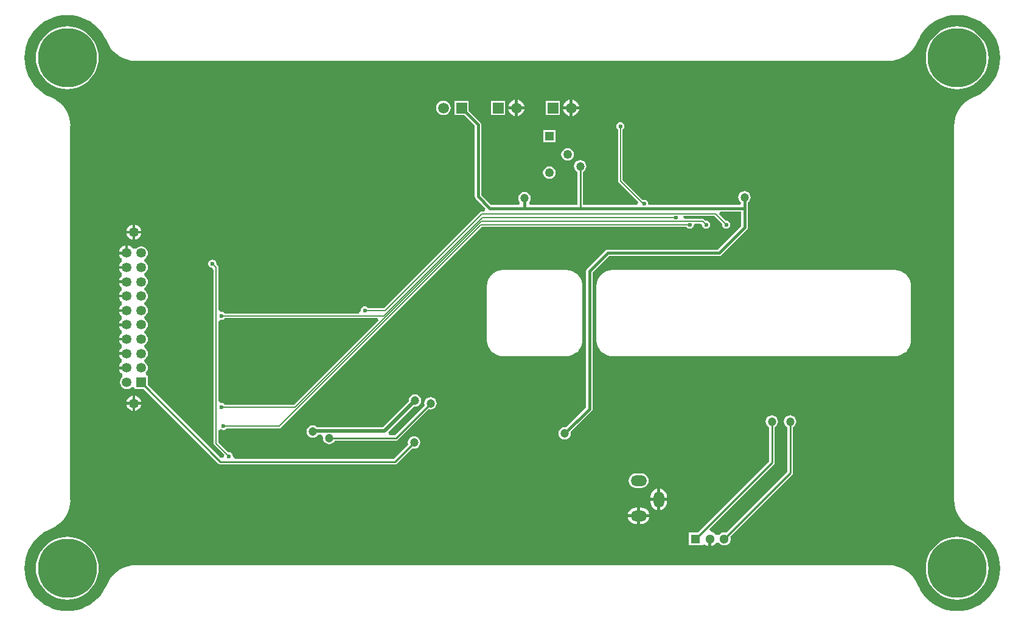
<source format=gbl>
G04*
G04 #@! TF.GenerationSoftware,Altium Limited,Altium Designer,21.2.0 (30)*
G04*
G04 Layer_Physical_Order=2*
G04 Layer_Color=16711680*
%FSLAX25Y25*%
%MOIN*%
G70*
G04*
G04 #@! TF.SameCoordinates,74D48CB8-E722-4D7A-A080-E4722F553172*
G04*
G04*
G04 #@! TF.FilePolarity,Positive*
G04*
G01*
G75*
%ADD13C,0.01000*%
%ADD78R,0.05315X0.05315*%
%ADD79C,0.05315*%
%ADD80C,0.00500*%
%ADD81C,0.01500*%
%ADD82C,0.02000*%
%ADD83C,0.32284*%
%ADD84R,0.05118X0.05118*%
%ADD85C,0.05118*%
%ADD86C,0.05906*%
%ADD87R,0.05906X0.05906*%
%ADD88O,0.08858X0.05906*%
%ADD89O,0.05906X0.08858*%
%ADD90R,0.04921X0.04921*%
%ADD91C,0.04921*%
%ADD92C,0.02500*%
%ADD93C,0.02362*%
%ADD94C,0.04724*%
G36*
X490130Y303339D02*
X492726Y302898D01*
X495257Y302169D01*
X497691Y301161D01*
X499996Y299887D01*
X502144Y298363D01*
X504108Y296608D01*
X505863Y294644D01*
X507387Y292496D01*
X508661Y290191D01*
X509669Y287757D01*
X510398Y285226D01*
X510839Y282630D01*
X510987Y280000D01*
X510839Y277370D01*
X510398Y274774D01*
X509669Y272243D01*
X508661Y269809D01*
X507387Y267504D01*
X505863Y265356D01*
X504108Y263392D01*
X502144Y261637D01*
X499996Y260113D01*
X498279Y259164D01*
X497027Y258564D01*
X496377Y258308D01*
X495759Y258003D01*
X494376Y257321D01*
X492521Y256082D01*
X490844Y254611D01*
X489373Y252934D01*
X488133Y251079D01*
X487147Y249078D01*
X486429Y246965D01*
X485994Y244777D01*
X485848Y242551D01*
X485855D01*
X485855Y37449D01*
X485848D01*
X485994Y35223D01*
X486429Y33035D01*
X487147Y30922D01*
X488133Y28921D01*
X489373Y27066D01*
X490844Y25389D01*
X492521Y23918D01*
X494376Y22679D01*
X495759Y21996D01*
X496377Y21692D01*
X497027Y21436D01*
X498279Y20836D01*
X499996Y19887D01*
X502144Y18363D01*
X504108Y16608D01*
X505863Y14644D01*
X507387Y12496D01*
X508661Y10191D01*
X509669Y7757D01*
X510398Y5226D01*
X510839Y2630D01*
X510987Y0D01*
X510839Y-2630D01*
X510398Y-5226D01*
X509669Y-7757D01*
X508661Y-10191D01*
X507387Y-12496D01*
X505863Y-14644D01*
X504108Y-16608D01*
X502144Y-18363D01*
X499996Y-19887D01*
X497691Y-21161D01*
X495257Y-22169D01*
X492726Y-22898D01*
X490130Y-23339D01*
X487500Y-23487D01*
X484870Y-23339D01*
X482274Y-22898D01*
X479743Y-22169D01*
X477309Y-21161D01*
X475004Y-19887D01*
X472856Y-18363D01*
X470892Y-16608D01*
X469137Y-14644D01*
X467613Y-12496D01*
X466664Y-10779D01*
X466064Y-9527D01*
X465808Y-8877D01*
X465504Y-8259D01*
X464821Y-6876D01*
X463582Y-5021D01*
X462111Y-3344D01*
X460433Y-1873D01*
X458578Y-633D01*
X456578Y353D01*
X454465Y1071D01*
X452277Y1506D01*
X450051Y1652D01*
Y1645D01*
X37449D01*
Y1652D01*
X35223Y1506D01*
X33035Y1071D01*
X30922Y353D01*
X28921Y-633D01*
X27066Y-1873D01*
X25389Y-3344D01*
X23918Y-5021D01*
X22679Y-6876D01*
X21996Y-8259D01*
X21692Y-8877D01*
X21436Y-9527D01*
X20836Y-10779D01*
X19887Y-12496D01*
X18363Y-14644D01*
X16608Y-16608D01*
X14644Y-18363D01*
X12496Y-19887D01*
X10191Y-21161D01*
X7757Y-22169D01*
X5226Y-22898D01*
X2630Y-23339D01*
X-0Y-23487D01*
X-2630Y-23339D01*
X-5226Y-22898D01*
X-7757Y-22169D01*
X-10191Y-21161D01*
X-12496Y-19887D01*
X-14644Y-18363D01*
X-16608Y-16608D01*
X-18363Y-14644D01*
X-19887Y-12496D01*
X-21161Y-10191D01*
X-22169Y-7757D01*
X-22898Y-5226D01*
X-23339Y-2630D01*
X-23487Y0D01*
X-23339Y2630D01*
X-22898Y5226D01*
X-22169Y7757D01*
X-21161Y10191D01*
X-19887Y12496D01*
X-18363Y14644D01*
X-16608Y16608D01*
X-14644Y18363D01*
X-12496Y19887D01*
X-10779Y20836D01*
X-9527Y21436D01*
X-8877Y21692D01*
X-8259Y21996D01*
X-6876Y22679D01*
X-5021Y23918D01*
X-3344Y25389D01*
X-1873Y27066D01*
X-633Y28921D01*
X353Y30922D01*
X1071Y33035D01*
X1506Y35223D01*
X1652Y37449D01*
X1645D01*
Y242551D01*
X1652D01*
X1506Y244777D01*
X1071Y246965D01*
X353Y249078D01*
X-633Y251079D01*
X-1873Y252934D01*
X-3344Y254611D01*
X-5021Y256082D01*
X-6876Y257321D01*
X-8259Y258003D01*
X-8877Y258308D01*
X-9527Y258564D01*
X-10779Y259164D01*
X-12496Y260113D01*
X-14644Y261637D01*
X-16608Y263392D01*
X-18363Y265356D01*
X-19887Y267504D01*
X-21161Y269809D01*
X-22169Y272243D01*
X-22898Y274774D01*
X-23339Y277370D01*
X-23487Y280000D01*
X-23339Y282630D01*
X-22898Y285226D01*
X-22169Y287757D01*
X-21161Y290191D01*
X-19887Y292496D01*
X-18363Y294644D01*
X-16608Y296608D01*
X-14644Y298363D01*
X-12496Y299887D01*
X-10191Y301161D01*
X-7757Y302169D01*
X-5226Y302898D01*
X-2630Y303339D01*
X0Y303487D01*
X2630Y303339D01*
X5226Y302898D01*
X7757Y302169D01*
X10191Y301161D01*
X12496Y299887D01*
X14644Y298363D01*
X16608Y296608D01*
X18363Y294644D01*
X19887Y292496D01*
X20836Y290779D01*
X21436Y289527D01*
X21692Y288877D01*
X21996Y288259D01*
X22679Y286876D01*
X23918Y285021D01*
X25389Y283344D01*
X27066Y281873D01*
X28921Y280633D01*
X30922Y279646D01*
X33035Y278929D01*
X35223Y278494D01*
X37449Y278348D01*
Y278355D01*
X450051D01*
Y278348D01*
X452277Y278494D01*
X454465Y278929D01*
X456578Y279646D01*
X458578Y280633D01*
X460433Y281873D01*
X462111Y283344D01*
X463582Y285021D01*
X464821Y286876D01*
X465503Y288259D01*
X465808Y288877D01*
X466064Y289527D01*
X466664Y290779D01*
X467613Y292496D01*
X469137Y294644D01*
X470892Y296608D01*
X472856Y298363D01*
X475004Y299887D01*
X477309Y301161D01*
X479743Y302169D01*
X482274Y302898D01*
X484870Y303339D01*
X487500Y303487D01*
X490130Y303339D01*
D02*
G37*
%LPC*%
G36*
X487500Y297179D02*
X485258Y297032D01*
X483054Y296593D01*
X480926Y295871D01*
X478911Y294877D01*
X477042Y293629D01*
X475353Y292147D01*
X473871Y290458D01*
X472623Y288589D01*
X471629Y286574D01*
X470907Y284446D01*
X470469Y282242D01*
X470322Y280000D01*
X470469Y277758D01*
X470907Y275554D01*
X471629Y273426D01*
X472623Y271411D01*
X473871Y269542D01*
X475353Y267853D01*
X477042Y266371D01*
X478911Y265123D01*
X480926Y264129D01*
X483054Y263407D01*
X485258Y262968D01*
X487500Y262822D01*
X489742Y262968D01*
X491946Y263407D01*
X494074Y264129D01*
X496089Y265123D01*
X497958Y266371D01*
X499647Y267853D01*
X501129Y269542D01*
X502377Y271411D01*
X503371Y273426D01*
X504093Y275554D01*
X504531Y277758D01*
X504678Y280000D01*
X504531Y282242D01*
X504093Y284446D01*
X503371Y286574D01*
X502377Y288589D01*
X501129Y290458D01*
X499647Y292147D01*
X497958Y293629D01*
X496089Y294877D01*
X494074Y295871D01*
X491946Y296593D01*
X489742Y297032D01*
X487500Y297179D01*
D02*
G37*
G36*
X0D02*
X-2242Y297032D01*
X-4446Y296593D01*
X-6574Y295871D01*
X-8589Y294877D01*
X-10458Y293629D01*
X-12147Y292147D01*
X-13629Y290458D01*
X-14877Y288589D01*
X-15871Y286574D01*
X-16593Y284446D01*
X-17031Y282242D01*
X-17178Y280000D01*
X-17031Y277758D01*
X-16593Y275554D01*
X-15871Y273426D01*
X-14877Y271411D01*
X-13629Y269542D01*
X-12147Y267853D01*
X-10458Y266371D01*
X-8589Y265123D01*
X-6574Y264129D01*
X-4446Y263407D01*
X-2242Y262968D01*
X0Y262822D01*
X2242Y262968D01*
X4446Y263407D01*
X6574Y264129D01*
X8589Y265123D01*
X10458Y266371D01*
X12147Y267853D01*
X13629Y269542D01*
X14877Y271411D01*
X15871Y273426D01*
X16593Y275554D01*
X17031Y277758D01*
X17178Y280000D01*
X17031Y282242D01*
X16593Y284446D01*
X15871Y286574D01*
X14877Y288589D01*
X13629Y290458D01*
X12147Y292147D01*
X10458Y293629D01*
X8589Y294877D01*
X6574Y295871D01*
X4446Y296593D01*
X2242Y297032D01*
X0Y297179D01*
D02*
G37*
G36*
X276750Y256892D02*
Y253250D01*
X280392D01*
X280338Y253662D01*
X279889Y254746D01*
X279176Y255676D01*
X278246Y256389D01*
X277162Y256838D01*
X276750Y256892D01*
D02*
G37*
G36*
X275250D02*
X274838Y256838D01*
X273754Y256389D01*
X272824Y255676D01*
X272111Y254746D01*
X271662Y253662D01*
X271608Y253250D01*
X275250D01*
Y256892D01*
D02*
G37*
G36*
X246750D02*
Y253250D01*
X250392D01*
X250338Y253662D01*
X249889Y254746D01*
X249176Y255676D01*
X248246Y256389D01*
X247162Y256838D01*
X246750Y256892D01*
D02*
G37*
G36*
X245250D02*
X244838Y256838D01*
X243754Y256389D01*
X242824Y255676D01*
X242110Y254746D01*
X241662Y253662D01*
X241608Y253250D01*
X245250D01*
Y256892D01*
D02*
G37*
G36*
X269953Y256453D02*
X262047D01*
Y248547D01*
X269953D01*
Y256453D01*
D02*
G37*
G36*
X239953D02*
X232047D01*
Y248547D01*
X239953D01*
Y256453D01*
D02*
G37*
G36*
X206000Y256487D02*
X204968Y256351D01*
X204007Y255953D01*
X203181Y255319D01*
X202547Y254493D01*
X202149Y253532D01*
X202013Y252500D01*
X202149Y251468D01*
X202547Y250506D01*
X203181Y249681D01*
X204007Y249047D01*
X204968Y248649D01*
X206000Y248513D01*
X207032Y248649D01*
X207993Y249047D01*
X208819Y249681D01*
X209453Y250506D01*
X209851Y251468D01*
X209987Y252500D01*
X209851Y253532D01*
X209453Y254493D01*
X208819Y255319D01*
X207993Y255953D01*
X207032Y256351D01*
X206000Y256487D01*
D02*
G37*
G36*
X280392Y251750D02*
X276750D01*
Y248108D01*
X277162Y248162D01*
X278246Y248610D01*
X279176Y249324D01*
X279889Y250254D01*
X280338Y251338D01*
X280392Y251750D01*
D02*
G37*
G36*
X275250D02*
X271608D01*
X271662Y251338D01*
X272111Y250254D01*
X272824Y249324D01*
X273754Y248610D01*
X274838Y248162D01*
X275250Y248108D01*
Y251750D01*
D02*
G37*
G36*
X250392D02*
X246750D01*
Y248108D01*
X247162Y248162D01*
X248246Y248610D01*
X249176Y249324D01*
X249889Y250254D01*
X250338Y251338D01*
X250392Y251750D01*
D02*
G37*
G36*
X245250D02*
X241608D01*
X241662Y251338D01*
X242110Y250254D01*
X242824Y249324D01*
X243754Y248610D01*
X244838Y248162D01*
X245250Y248108D01*
Y251750D01*
D02*
G37*
G36*
X267598Y240461D02*
X260677D01*
Y233539D01*
X267598D01*
Y240461D01*
D02*
G37*
G36*
X274138Y230490D02*
X273234Y230371D01*
X272393Y230023D01*
X271670Y229468D01*
X271115Y228745D01*
X270766Y227903D01*
X270647Y227000D01*
X270766Y226097D01*
X271115Y225255D01*
X271670Y224532D01*
X272393Y223977D01*
X273234Y223628D01*
X274138Y223510D01*
X275041Y223628D01*
X275883Y223977D01*
X276606Y224532D01*
X277161Y225255D01*
X277509Y226097D01*
X277628Y227000D01*
X277509Y227903D01*
X277161Y228745D01*
X276606Y229468D01*
X275883Y230023D01*
X275041Y230371D01*
X274138Y230490D01*
D02*
G37*
G36*
X264138Y220491D02*
X263234Y220372D01*
X262393Y220023D01*
X261670Y219468D01*
X261115Y218745D01*
X260766Y217903D01*
X260647Y217000D01*
X260766Y216096D01*
X261115Y215255D01*
X261670Y214532D01*
X262393Y213977D01*
X263234Y213628D01*
X264138Y213509D01*
X265041Y213628D01*
X265883Y213977D01*
X266606Y214532D01*
X267161Y215255D01*
X267509Y216096D01*
X267628Y217000D01*
X267509Y217903D01*
X267161Y218745D01*
X266606Y219468D01*
X265883Y220023D01*
X265041Y220372D01*
X264138Y220491D01*
D02*
G37*
G36*
X37250Y188492D02*
Y185148D01*
X40595D01*
X40551Y185483D01*
X40132Y186494D01*
X39465Y187363D01*
X38597Y188029D01*
X37585Y188448D01*
X37250Y188492D01*
D02*
G37*
G36*
X35750D02*
X35415Y188448D01*
X34403Y188029D01*
X33535Y187363D01*
X32868Y186494D01*
X32449Y185483D01*
X32405Y185148D01*
X35750D01*
Y188492D01*
D02*
G37*
G36*
X40595Y183648D02*
X37250D01*
Y180303D01*
X37585Y180347D01*
X38597Y180766D01*
X39465Y181432D01*
X40132Y182301D01*
X40551Y183312D01*
X40595Y183648D01*
D02*
G37*
G36*
X35750D02*
X32405D01*
X32449Y183312D01*
X32868Y182301D01*
X33535Y181432D01*
X34403Y180766D01*
X35415Y180347D01*
X35750Y180303D01*
Y183648D01*
D02*
G37*
G36*
X219953Y256453D02*
X212047D01*
Y248547D01*
X217429D01*
X223216Y242761D01*
Y204000D01*
X223352Y203317D01*
X223738Y202738D01*
X229202Y197274D01*
X228581Y195774D01*
X227000D01*
X226512Y195677D01*
X226099Y195401D01*
X173472Y142774D01*
X164772D01*
X164573Y143072D01*
X163851Y143554D01*
X163000Y143724D01*
X162149Y143554D01*
X161427Y143072D01*
X160945Y142351D01*
X160776Y141500D01*
X160821Y141274D01*
X159979Y139956D01*
X159726Y139775D01*
X86272D01*
X86072Y140073D01*
X85351Y140554D01*
X84500Y140724D01*
X84275Y140679D01*
X82956Y141521D01*
X82775Y141774D01*
Y165000D01*
X82678Y165488D01*
X82401Y165901D01*
X81654Y166648D01*
X81724Y167000D01*
X81555Y167851D01*
X81072Y168572D01*
X80351Y169054D01*
X79500Y169224D01*
X78649Y169054D01*
X77928Y168572D01*
X77446Y167851D01*
X77276Y167000D01*
X77446Y166149D01*
X77928Y165427D01*
X78649Y164945D01*
X79500Y164776D01*
X80225Y163429D01*
Y68500D01*
X80322Y68012D01*
X80599Y67599D01*
X86012Y62186D01*
X85319Y60777D01*
X83928Y60688D01*
X44094Y100521D01*
Y105673D01*
X43414D01*
X42905Y107173D01*
X43046Y107281D01*
X43632Y108045D01*
X44000Y108935D01*
X44126Y109890D01*
X44000Y110845D01*
X43632Y111734D01*
X43046Y112498D01*
X42399Y112994D01*
X42297Y113827D01*
X42399Y114659D01*
X43046Y115155D01*
X43632Y115919D01*
X44000Y116809D01*
X44126Y117764D01*
X44000Y118719D01*
X43632Y119608D01*
X43046Y120372D01*
X42399Y120868D01*
X42297Y121701D01*
X42399Y122533D01*
X43046Y123029D01*
X43632Y123793D01*
X44000Y124683D01*
X44126Y125638D01*
X44000Y126593D01*
X43632Y127482D01*
X43046Y128246D01*
X42399Y128742D01*
X42297Y129575D01*
X42399Y130407D01*
X43046Y130903D01*
X43632Y131667D01*
X44000Y132557D01*
X44126Y133512D01*
X44000Y134467D01*
X43632Y135356D01*
X43046Y136120D01*
X42399Y136616D01*
X42297Y137449D01*
X42399Y138281D01*
X43046Y138777D01*
X43632Y139541D01*
X44000Y140431D01*
X44126Y141386D01*
X44000Y142341D01*
X43632Y143230D01*
X43046Y143994D01*
X42399Y144490D01*
X42297Y145323D01*
X42399Y146155D01*
X43046Y146651D01*
X43632Y147415D01*
X44000Y148305D01*
X44126Y149260D01*
X44000Y150215D01*
X43632Y151104D01*
X43046Y151868D01*
X42399Y152364D01*
X42297Y153197D01*
X42399Y154029D01*
X43046Y154525D01*
X43632Y155289D01*
X44000Y156179D01*
X44126Y157134D01*
X44000Y158089D01*
X43632Y158978D01*
X43046Y159742D01*
X42399Y160238D01*
X42297Y161071D01*
X42399Y161903D01*
X43046Y162399D01*
X43632Y163163D01*
X44000Y164053D01*
X44126Y165008D01*
X44000Y165963D01*
X43632Y166852D01*
X43046Y167616D01*
X42399Y168112D01*
X42297Y168945D01*
X42399Y169778D01*
X43046Y170273D01*
X43632Y171037D01*
X44000Y171927D01*
X44126Y172882D01*
X44000Y173837D01*
X43632Y174726D01*
X43046Y175490D01*
X42281Y176077D01*
X41392Y176445D01*
X40437Y176571D01*
X39482Y176445D01*
X38592Y176077D01*
X37828Y175490D01*
X37684Y175302D01*
X37189Y175195D01*
X36063Y175279D01*
X35908Y175352D01*
X35528Y175847D01*
X34660Y176513D01*
X33648Y176932D01*
X33313Y176977D01*
Y172882D01*
X32563D01*
Y172132D01*
X28468D01*
X28512Y171797D01*
X28931Y170785D01*
X29598Y169917D01*
X29671Y169861D01*
Y168029D01*
X29598Y167973D01*
X28931Y167104D01*
X28512Y166093D01*
X28468Y165758D01*
X32563D01*
Y164258D01*
X28468D01*
X28512Y163923D01*
X28931Y162911D01*
X29598Y162043D01*
X29671Y161987D01*
Y160155D01*
X29598Y160099D01*
X28931Y159230D01*
X28512Y158219D01*
X28468Y157884D01*
X32563D01*
Y156384D01*
X28468D01*
X28512Y156049D01*
X28931Y155037D01*
X29598Y154169D01*
X29671Y154113D01*
Y152281D01*
X29598Y152225D01*
X28931Y151356D01*
X28512Y150345D01*
X28468Y150010D01*
X32563D01*
Y148510D01*
X28468D01*
X28512Y148175D01*
X28931Y147163D01*
X29598Y146295D01*
X29671Y146239D01*
Y144407D01*
X29598Y144351D01*
X28931Y143482D01*
X28512Y142471D01*
X28468Y142136D01*
X32563D01*
Y140636D01*
X28468D01*
X28512Y140301D01*
X28931Y139289D01*
X29598Y138421D01*
X29671Y138365D01*
Y136533D01*
X29598Y136477D01*
X28931Y135608D01*
X28512Y134597D01*
X28468Y134262D01*
X32563D01*
Y132762D01*
X28468D01*
X28512Y132427D01*
X28931Y131415D01*
X29598Y130547D01*
X29671Y130491D01*
Y128659D01*
X29598Y128603D01*
X28931Y127734D01*
X28512Y126723D01*
X28468Y126388D01*
X32563D01*
Y124888D01*
X28468D01*
X28512Y124552D01*
X28931Y123541D01*
X29598Y122673D01*
X29671Y122617D01*
Y120785D01*
X29598Y120729D01*
X28931Y119860D01*
X28512Y118849D01*
X28468Y118514D01*
X32563D01*
Y117014D01*
X28468D01*
X28512Y116678D01*
X28931Y115667D01*
X29598Y114799D01*
X29671Y114743D01*
Y112911D01*
X29598Y112855D01*
X28931Y111986D01*
X28512Y110975D01*
X28468Y110640D01*
X32563D01*
Y109140D01*
X28468D01*
X28512Y108804D01*
X28931Y107793D01*
X29598Y106925D01*
X30093Y106545D01*
X30166Y106389D01*
X30250Y105263D01*
X30143Y104769D01*
X29954Y104624D01*
X29368Y103860D01*
X29000Y102971D01*
X28874Y102016D01*
X29000Y101061D01*
X29368Y100171D01*
X29954Y99407D01*
X30718Y98821D01*
X31608Y98452D01*
X32563Y98327D01*
X33518Y98452D01*
X34407Y98821D01*
X35171Y99407D01*
X35280Y99548D01*
X36779Y99039D01*
Y98358D01*
X41932D01*
X82871Y57419D01*
X83367Y57087D01*
X83953Y56971D01*
X179500D01*
X180085Y57087D01*
X180581Y57419D01*
X188956Y65793D01*
X189122Y65724D01*
X190000Y65609D01*
X190878Y65724D01*
X191696Y66063D01*
X192398Y66602D01*
X192937Y67304D01*
X193276Y68122D01*
X193391Y69000D01*
X193276Y69878D01*
X192937Y70696D01*
X192398Y71398D01*
X191696Y71937D01*
X190878Y72276D01*
X190000Y72391D01*
X189122Y72276D01*
X188304Y71937D01*
X187602Y71398D01*
X187063Y70696D01*
X186724Y69878D01*
X186609Y69000D01*
X186724Y68122D01*
X186793Y67956D01*
X178867Y60029D01*
X91807D01*
X90724Y61500D01*
X90554Y62351D01*
X90073Y63073D01*
X89351Y63555D01*
X88500Y63724D01*
X88148Y63654D01*
X82775Y69028D01*
Y75531D01*
X83078Y75767D01*
X84275Y76196D01*
X84649Y75945D01*
X85500Y75776D01*
X86351Y75945D01*
X87072Y76428D01*
X87272Y76726D01*
X116000D01*
X116488Y76823D01*
X116901Y77099D01*
X227028Y187225D01*
X339228D01*
X339427Y186927D01*
X340149Y186445D01*
X341000Y186276D01*
X341851Y186445D01*
X342572Y186927D01*
X343055Y187649D01*
X343224Y188500D01*
X343763Y189157D01*
X346383D01*
X347776Y188500D01*
X347945Y187649D01*
X348428Y186927D01*
X349149Y186445D01*
X350000Y186276D01*
X350851Y186445D01*
X351572Y186927D01*
X352055Y187649D01*
X352224Y188500D01*
X352055Y189351D01*
X351572Y190073D01*
X350851Y190554D01*
X350000Y190724D01*
X349648Y190654D01*
X348970Y191332D01*
X348557Y191609D01*
X348069Y191706D01*
X337990D01*
X337447Y192582D01*
X337809Y193226D01*
X354472D01*
X358846Y188851D01*
X358776Y188500D01*
X358945Y187649D01*
X359427Y186927D01*
X360149Y186445D01*
X361000Y186276D01*
X361851Y186445D01*
X362573Y186927D01*
X363055Y187649D01*
X363224Y188500D01*
X363055Y189351D01*
X362573Y190073D01*
X361851Y190554D01*
X361000Y190724D01*
X360648Y190654D01*
X357087Y194216D01*
X357708Y195716D01*
X369216D01*
Y187739D01*
X356261Y174784D01*
X296000D01*
X296000Y174784D01*
X295317Y174648D01*
X294738Y174262D01*
X294738Y174262D01*
X284738Y164262D01*
X284351Y163683D01*
X284216Y163000D01*
Y88239D01*
X273267Y77290D01*
X272500Y77391D01*
X271622Y77276D01*
X270804Y76937D01*
X270102Y76398D01*
X269563Y75696D01*
X269224Y74878D01*
X269109Y74000D01*
X269224Y73122D01*
X269563Y72304D01*
X270102Y71602D01*
X270804Y71063D01*
X271622Y70724D01*
X272500Y70609D01*
X273378Y70724D01*
X274196Y71063D01*
X274898Y71602D01*
X275437Y72304D01*
X275776Y73122D01*
X275891Y74000D01*
X275790Y74767D01*
X287262Y86238D01*
X287262Y86238D01*
X287649Y86817D01*
X287784Y87500D01*
Y162261D01*
X296739Y171216D01*
X357000D01*
X357683Y171352D01*
X358262Y171738D01*
X372262Y185738D01*
X372649Y186317D01*
X372784Y187000D01*
X372784Y187000D01*
Y198000D01*
X372784Y198000D01*
X372784Y198000D01*
Y200631D01*
X373398Y201102D01*
X373937Y201804D01*
X374276Y202622D01*
X374391Y203500D01*
X374276Y204378D01*
X373937Y205196D01*
X373398Y205898D01*
X372696Y206437D01*
X371878Y206776D01*
X371000Y206891D01*
X370122Y206776D01*
X369304Y206437D01*
X368602Y205898D01*
X368063Y205196D01*
X367724Y204378D01*
X367609Y203500D01*
X367724Y202622D01*
X368063Y201804D01*
X368602Y201102D01*
X369016Y200784D01*
X368888Y199284D01*
X318755D01*
X318224Y199931D01*
X318055Y200782D01*
X317572Y201504D01*
X316851Y201986D01*
X316000Y202155D01*
X315289Y202013D01*
X304275Y213028D01*
Y240728D01*
X304573Y240928D01*
X305055Y241649D01*
X305224Y242500D01*
X305055Y243351D01*
X304573Y244072D01*
X303851Y244554D01*
X303000Y244724D01*
X302149Y244554D01*
X301428Y244072D01*
X300945Y243351D01*
X300776Y242500D01*
X300945Y241649D01*
X301428Y240928D01*
X301726Y240728D01*
Y212500D01*
X301822Y212012D01*
X302099Y211599D01*
X312913Y200784D01*
X312292Y199284D01*
X282529D01*
Y217494D01*
X282696Y217563D01*
X283398Y218102D01*
X283937Y218804D01*
X284276Y219622D01*
X284391Y220500D01*
X284276Y221378D01*
X283937Y222196D01*
X283398Y222898D01*
X282696Y223437D01*
X281878Y223776D01*
X281000Y223891D01*
X280122Y223776D01*
X279304Y223437D01*
X278602Y222898D01*
X278063Y222196D01*
X277724Y221378D01*
X277609Y220500D01*
X277724Y219622D01*
X278063Y218804D01*
X278602Y218102D01*
X279304Y217563D01*
X279471Y217494D01*
Y199284D01*
X253645D01*
X253207Y200056D01*
X253038Y200784D01*
X253437Y201304D01*
X253776Y202122D01*
X253891Y203000D01*
X253776Y203878D01*
X253437Y204696D01*
X252898Y205398D01*
X252196Y205937D01*
X251378Y206276D01*
X250500Y206391D01*
X249622Y206276D01*
X248804Y205937D01*
X248102Y205398D01*
X247563Y204696D01*
X247224Y203878D01*
X247109Y203000D01*
X247224Y202122D01*
X247563Y201304D01*
X247962Y200784D01*
X247793Y200056D01*
X247355Y199284D01*
X232239D01*
X226784Y204739D01*
Y243500D01*
X226648Y244183D01*
X226262Y244762D01*
X219953Y251071D01*
Y256453D01*
D02*
G37*
G36*
X31813Y176977D02*
X31478Y176932D01*
X30466Y176513D01*
X29598Y175847D01*
X28931Y174979D01*
X28512Y173967D01*
X28468Y173632D01*
X31813D01*
Y176977D01*
D02*
G37*
G36*
X454239Y163520D02*
X297761D01*
X297663Y163500D01*
X297562D01*
X296113Y163212D01*
X296021Y163173D01*
X295922Y163154D01*
X294557Y162588D01*
X294474Y162533D01*
X294381Y162494D01*
X293153Y161673D01*
X293082Y161602D01*
X292998Y161547D01*
X291953Y160502D01*
X291898Y160418D01*
X291827Y160347D01*
X291006Y159119D01*
X290967Y159026D01*
X290912Y158943D01*
X290346Y157578D01*
X290327Y157479D01*
X290288Y157387D01*
X290000Y155938D01*
Y155837D01*
X289980Y155739D01*
Y155000D01*
Y125000D01*
Y124261D01*
X290000Y124163D01*
Y124062D01*
X290288Y122613D01*
X290327Y122521D01*
X290346Y122422D01*
X290912Y121057D01*
X290967Y120974D01*
X291006Y120881D01*
X291827Y119652D01*
X291898Y119581D01*
X291953Y119498D01*
X292998Y118453D01*
X293082Y118398D01*
X293153Y118327D01*
X294381Y117506D01*
X294474Y117467D01*
X294557Y117412D01*
X295922Y116846D01*
X296021Y116827D01*
X296113Y116788D01*
X297562Y116500D01*
X297663D01*
X297761Y116480D01*
X454239D01*
X454337Y116500D01*
X454438D01*
X455887Y116788D01*
X455979Y116827D01*
X456078Y116846D01*
X457443Y117412D01*
X457526Y117467D01*
X457619Y117506D01*
X458847Y118327D01*
X458918Y118398D01*
X459002Y118453D01*
X460047Y119498D01*
X460102Y119581D01*
X460173Y119652D01*
X460994Y120881D01*
X461033Y120974D01*
X461088Y121057D01*
X461654Y122422D01*
X461673Y122521D01*
X461712Y122613D01*
X462000Y124062D01*
Y124163D01*
X462020Y124261D01*
Y125000D01*
Y155000D01*
X462020Y155000D01*
X462020Y155739D01*
X462000Y155837D01*
Y155938D01*
X461712Y157387D01*
X461673Y157479D01*
X461654Y157578D01*
X461088Y158943D01*
X461033Y159026D01*
X460994Y159119D01*
X460173Y160347D01*
X460102Y160418D01*
X460047Y160502D01*
X459002Y161547D01*
X458918Y161602D01*
X458847Y161673D01*
X457619Y162494D01*
X457526Y162533D01*
X457443Y162588D01*
X456078Y163154D01*
X455979Y163173D01*
X455887Y163212D01*
X454438Y163500D01*
X454337D01*
X454239Y163520D01*
D02*
G37*
G36*
X274239D02*
X237761D01*
X237663Y163500D01*
X237562D01*
X236113Y163212D01*
X236021Y163173D01*
X235922Y163154D01*
X234557Y162588D01*
X234474Y162533D01*
X234381Y162494D01*
X233153Y161673D01*
X233082Y161602D01*
X232998Y161547D01*
X231953Y160502D01*
X231898Y160418D01*
X231827Y160347D01*
X231006Y159119D01*
X230967Y159026D01*
X230912Y158943D01*
X230346Y157578D01*
X230327Y157479D01*
X230288Y157387D01*
X230000Y155938D01*
Y155837D01*
X229980Y155739D01*
Y155000D01*
Y125000D01*
Y124261D01*
X230000Y124163D01*
Y124062D01*
X230288Y122613D01*
X230327Y122521D01*
X230346Y122422D01*
X230912Y121057D01*
X230967Y120974D01*
X231006Y120881D01*
X231827Y119652D01*
X231898Y119581D01*
X231953Y119498D01*
X232998Y118453D01*
X233082Y118398D01*
X233153Y118327D01*
X234381Y117506D01*
X234474Y117467D01*
X234557Y117412D01*
X235922Y116846D01*
X236021Y116827D01*
X236113Y116788D01*
X237562Y116500D01*
X237663D01*
X237761Y116480D01*
X274239D01*
X274337Y116500D01*
X274438D01*
X275887Y116788D01*
X275979Y116827D01*
X276078Y116846D01*
X277443Y117412D01*
X277526Y117467D01*
X277619Y117506D01*
X278847Y118327D01*
X278918Y118398D01*
X279002Y118453D01*
X280047Y119498D01*
X280102Y119581D01*
X280173Y119652D01*
X280994Y120881D01*
X281033Y120974D01*
X281088Y121057D01*
X281654Y122422D01*
X281673Y122521D01*
X281712Y122613D01*
X282000Y124062D01*
Y124163D01*
X282020Y124261D01*
Y125000D01*
Y155000D01*
Y155739D01*
X282000Y155837D01*
Y155938D01*
X281712Y157387D01*
X281673Y157479D01*
X281654Y157578D01*
X281088Y158943D01*
X281033Y159026D01*
X280994Y159119D01*
X280173Y160347D01*
X280102Y160418D01*
X280047Y160502D01*
X279002Y161547D01*
X278918Y161602D01*
X278847Y161673D01*
X277619Y162494D01*
X277526Y162533D01*
X277443Y162588D01*
X276078Y163154D01*
X275979Y163173D01*
X275887Y163212D01*
X274438Y163500D01*
X274337D01*
X274239Y163520D01*
D02*
G37*
G36*
X37250Y94595D02*
Y91250D01*
X40595D01*
X40551Y91585D01*
X40132Y92597D01*
X39465Y93465D01*
X38597Y94131D01*
X37585Y94550D01*
X37250Y94595D01*
D02*
G37*
G36*
X35750D02*
X35415Y94550D01*
X34403Y94131D01*
X33535Y93465D01*
X32868Y92597D01*
X32449Y91585D01*
X32405Y91250D01*
X35750D01*
Y94595D01*
D02*
G37*
G36*
X190500Y95391D02*
X189622Y95276D01*
X188804Y94937D01*
X188102Y94398D01*
X187563Y93696D01*
X187224Y92878D01*
X187109Y92000D01*
X187168Y91552D01*
X173018Y77401D01*
X136893D01*
X136196Y77937D01*
X135378Y78276D01*
X134500Y78391D01*
X133622Y78276D01*
X132804Y77937D01*
X132102Y77398D01*
X131563Y76696D01*
X131224Y75878D01*
X131109Y75000D01*
X131224Y74122D01*
X131563Y73304D01*
X132102Y72602D01*
X132804Y72063D01*
X133622Y71724D01*
X134500Y71609D01*
X135378Y71724D01*
X136196Y72063D01*
X136898Y72602D01*
X137437Y73304D01*
X137445Y73323D01*
X138992D01*
X139349Y73049D01*
X140151Y71823D01*
X140109Y71500D01*
X140224Y70622D01*
X140563Y69804D01*
X141102Y69102D01*
X141804Y68563D01*
X142622Y68224D01*
X143500Y68109D01*
X144378Y68224D01*
X145196Y68563D01*
X145898Y69102D01*
X146437Y69804D01*
X146506Y69971D01*
X180000D01*
X180585Y70087D01*
X181081Y70419D01*
X197956Y87293D01*
X198122Y87224D01*
X199000Y87109D01*
X199878Y87224D01*
X200696Y87563D01*
X201398Y88102D01*
X201937Y88804D01*
X202276Y89622D01*
X202391Y90500D01*
X202276Y91378D01*
X201937Y92196D01*
X201398Y92898D01*
X200696Y93437D01*
X199878Y93776D01*
X199000Y93891D01*
X198122Y93776D01*
X197304Y93437D01*
X196602Y92898D01*
X196063Y92196D01*
X195724Y91378D01*
X195609Y90500D01*
X195724Y89622D01*
X195793Y89456D01*
X179367Y73029D01*
X176535D01*
X175913Y74529D01*
X190052Y88668D01*
X190500Y88609D01*
X191378Y88724D01*
X192196Y89063D01*
X192898Y89602D01*
X193437Y90304D01*
X193776Y91122D01*
X193891Y92000D01*
X193776Y92878D01*
X193437Y93696D01*
X192898Y94398D01*
X192196Y94937D01*
X191378Y95276D01*
X190500Y95391D01*
D02*
G37*
G36*
X40595Y89750D02*
X37250D01*
Y86405D01*
X37585Y86449D01*
X38597Y86868D01*
X39465Y87535D01*
X40132Y88403D01*
X40551Y89415D01*
X40595Y89750D01*
D02*
G37*
G36*
X35750D02*
X32405D01*
X32449Y89415D01*
X32868Y88403D01*
X33535Y87535D01*
X34403Y86868D01*
X35415Y86449D01*
X35750Y86405D01*
Y89750D01*
D02*
G37*
G36*
X314476Y52050D02*
X311524D01*
X310492Y51914D01*
X309530Y51516D01*
X308704Y50882D01*
X308071Y50056D01*
X307673Y49095D01*
X307537Y48063D01*
X307673Y47031D01*
X308071Y46070D01*
X308704Y45244D01*
X309530Y44610D01*
X310492Y44212D01*
X311524Y44076D01*
X314476D01*
X315508Y44212D01*
X316470Y44610D01*
X317296Y45244D01*
X317929Y46070D01*
X318327Y47031D01*
X318463Y48063D01*
X318327Y49095D01*
X317929Y50056D01*
X317296Y50882D01*
X316470Y51516D01*
X315508Y51914D01*
X314476Y52050D01*
D02*
G37*
G36*
X324774Y43696D02*
Y38577D01*
X328515D01*
Y39303D01*
X328362Y40466D01*
X327913Y41549D01*
X327199Y42479D01*
X326269Y43193D01*
X325186Y43641D01*
X324774Y43696D01*
D02*
G37*
G36*
X323274Y43696D02*
X322861Y43641D01*
X321778Y43193D01*
X320848Y42479D01*
X320134Y41549D01*
X319686Y40466D01*
X319532Y39303D01*
Y38577D01*
X323274D01*
Y43696D01*
D02*
G37*
G36*
Y37077D02*
X319532D01*
Y36350D01*
X319686Y35188D01*
X320134Y34105D01*
X320848Y33175D01*
X321778Y32461D01*
X322861Y32012D01*
X323274Y31958D01*
Y37077D01*
D02*
G37*
G36*
X328515D02*
X324774D01*
Y31958D01*
X325186Y32012D01*
X326269Y32461D01*
X327199Y33175D01*
X327913Y34105D01*
X328362Y35188D01*
X328515Y36350D01*
Y37077D01*
D02*
G37*
G36*
X314476Y33263D02*
X313750D01*
Y29522D01*
X318869D01*
X318814Y29934D01*
X318366Y31017D01*
X317652Y31947D01*
X316722Y32661D01*
X315639Y33110D01*
X314476Y33263D01*
D02*
G37*
G36*
X312250D02*
X311524D01*
X310361Y33110D01*
X309278Y32661D01*
X308348Y31947D01*
X307634Y31017D01*
X307186Y29934D01*
X307131Y29522D01*
X312250D01*
Y33263D01*
D02*
G37*
G36*
X318869Y28022D02*
X313750D01*
Y24281D01*
X314476D01*
X315639Y24433D01*
X316722Y24882D01*
X317652Y25596D01*
X318366Y26526D01*
X318814Y27609D01*
X318869Y28022D01*
D02*
G37*
G36*
X312250D02*
X307131D01*
X307186Y27609D01*
X307634Y26526D01*
X308348Y25596D01*
X309278Y24882D01*
X310361Y24433D01*
X311524Y24281D01*
X312250D01*
Y28022D01*
D02*
G37*
G36*
X396000Y83891D02*
X395122Y83776D01*
X394304Y83437D01*
X393602Y82898D01*
X393063Y82196D01*
X392724Y81378D01*
X392609Y80500D01*
X392724Y79622D01*
X393063Y78804D01*
X393602Y78102D01*
X394304Y77563D01*
X394471Y77494D01*
Y52925D01*
X361069Y19523D01*
X360803Y19633D01*
X359874Y19755D01*
X358945Y19633D01*
X358079Y19274D01*
X357336Y18704D01*
X357095Y18391D01*
X356236Y18292D01*
X355726Y18332D01*
X355351Y18466D01*
X354895Y19060D01*
X354047Y19711D01*
X353060Y20120D01*
X352446Y20201D01*
X351895Y21331D01*
X351856Y21733D01*
X387081Y56958D01*
X387413Y57454D01*
X387529Y58039D01*
Y77494D01*
X387696Y77563D01*
X388398Y78102D01*
X388937Y78804D01*
X389276Y79622D01*
X389391Y80500D01*
X389276Y81378D01*
X388937Y82196D01*
X388398Y82898D01*
X387696Y83437D01*
X386878Y83776D01*
X386000Y83891D01*
X385122Y83776D01*
X384304Y83437D01*
X383602Y82898D01*
X383063Y82196D01*
X382724Y81378D01*
X382609Y80500D01*
X382724Y79622D01*
X383063Y78804D01*
X383602Y78102D01*
X384304Y77563D01*
X384471Y77494D01*
Y58673D01*
X345522Y19724D01*
X340567D01*
Y12606D01*
X347685D01*
Y12657D01*
X348823Y13149D01*
X349185Y13209D01*
X349953Y12620D01*
X350940Y12211D01*
X351250Y12170D01*
Y16165D01*
X352750D01*
Y12170D01*
X353060Y12211D01*
X354047Y12620D01*
X354895Y13270D01*
X355351Y13865D01*
X355726Y13999D01*
X356236Y14039D01*
X357095Y13940D01*
X357336Y13627D01*
X358079Y13057D01*
X358945Y12698D01*
X359874Y12576D01*
X360803Y12698D01*
X361669Y13057D01*
X362412Y13627D01*
X362983Y14370D01*
X363341Y15236D01*
X363464Y16165D01*
X363341Y17095D01*
X363231Y17360D01*
X397081Y51210D01*
X397413Y51706D01*
X397529Y52291D01*
Y77494D01*
X397696Y77563D01*
X398398Y78102D01*
X398937Y78804D01*
X399276Y79622D01*
X399391Y80500D01*
X399276Y81378D01*
X398937Y82196D01*
X398398Y82898D01*
X397696Y83437D01*
X396878Y83776D01*
X396000Y83891D01*
D02*
G37*
G36*
X487500Y17178D02*
X485258Y17031D01*
X483054Y16593D01*
X480926Y15871D01*
X478911Y14877D01*
X477042Y13629D01*
X475353Y12147D01*
X473871Y10458D01*
X472623Y8589D01*
X471629Y6574D01*
X470907Y4446D01*
X470469Y2242D01*
X470322Y0D01*
X470469Y-2242D01*
X470907Y-4446D01*
X471629Y-6574D01*
X472623Y-8589D01*
X473871Y-10458D01*
X475353Y-12147D01*
X477042Y-13629D01*
X478911Y-14877D01*
X480926Y-15871D01*
X483054Y-16593D01*
X485258Y-17031D01*
X487500Y-17178D01*
X489742Y-17031D01*
X491946Y-16593D01*
X494074Y-15871D01*
X496089Y-14877D01*
X497958Y-13629D01*
X499647Y-12147D01*
X501129Y-10458D01*
X502377Y-8589D01*
X503371Y-6574D01*
X504093Y-4446D01*
X504531Y-2242D01*
X504678Y0D01*
X504531Y2242D01*
X504093Y4446D01*
X503371Y6574D01*
X502377Y8589D01*
X501129Y10458D01*
X499647Y12147D01*
X497958Y13629D01*
X496089Y14877D01*
X494074Y15871D01*
X491946Y16593D01*
X489742Y17031D01*
X487500Y17178D01*
D02*
G37*
G36*
X0D02*
X-2242Y17031D01*
X-4446Y16593D01*
X-6574Y15871D01*
X-8589Y14877D01*
X-10458Y13629D01*
X-12147Y12147D01*
X-13629Y10458D01*
X-14877Y8589D01*
X-15871Y6574D01*
X-16593Y4446D01*
X-17031Y2242D01*
X-17178Y0D01*
X-17031Y-2242D01*
X-16593Y-4446D01*
X-15871Y-6574D01*
X-14877Y-8589D01*
X-13629Y-10458D01*
X-12147Y-12147D01*
X-10458Y-13629D01*
X-8589Y-14877D01*
X-6574Y-15871D01*
X-4446Y-16593D01*
X-2242Y-17031D01*
X0Y-17178D01*
X2242Y-17031D01*
X4446Y-16593D01*
X6574Y-15871D01*
X8589Y-14877D01*
X10458Y-13629D01*
X12147Y-12147D01*
X13629Y-10458D01*
X14877Y-8589D01*
X15871Y-6574D01*
X16593Y-4446D01*
X17031Y-2242D01*
X17178Y0D01*
X17031Y2242D01*
X16593Y4446D01*
X15871Y6574D01*
X14877Y8589D01*
X13629Y10458D01*
X12147Y12147D01*
X10458Y13629D01*
X8589Y14877D01*
X6574Y15871D01*
X4446Y16593D01*
X2242Y17031D01*
X0Y17178D01*
D02*
G37*
%LPD*%
G36*
X170451Y135840D02*
X124386Y89775D01*
X86272D01*
X86072Y90073D01*
X85351Y90554D01*
X84500Y90724D01*
X84275Y90679D01*
X82956Y91521D01*
X82775Y91774D01*
Y135226D01*
X82956Y135479D01*
X84275Y136321D01*
X84500Y136276D01*
X85351Y136445D01*
X86072Y136927D01*
X86272Y137225D01*
X169878D01*
X170451Y135840D01*
D02*
G37*
D13*
X281000Y197500D02*
Y220500D01*
X83953Y58500D02*
X179500D01*
X40437Y102016D02*
X83953Y58500D01*
X179500D02*
X190000Y69000D01*
X180000Y71500D02*
X199000Y90500D01*
X143500Y71500D02*
X180000D01*
X359874Y16165D02*
X396000Y52291D01*
Y80500D01*
X344126Y16165D02*
X386000Y58039D01*
Y80500D01*
D78*
X40437Y102016D02*
D03*
D79*
X32563Y172882D02*
D03*
X40437D02*
D03*
X32563Y165008D02*
D03*
Y157134D02*
D03*
X40437Y165008D02*
D03*
Y157134D02*
D03*
X36500Y184398D02*
D03*
X40437Y141386D02*
D03*
Y149260D02*
D03*
X32563Y141386D02*
D03*
Y149260D02*
D03*
X36500Y90500D02*
D03*
X32563Y102016D02*
D03*
Y133512D02*
D03*
Y125638D02*
D03*
Y117764D02*
D03*
Y109890D02*
D03*
X40437Y133512D02*
D03*
Y125638D02*
D03*
Y117764D02*
D03*
Y109890D02*
D03*
D80*
X163000Y141500D02*
X174000D01*
X227500Y192500D02*
X333500D01*
X226845Y190431D02*
X348069D01*
X116000Y78000D02*
X226500Y188500D01*
X124914Y88500D02*
X226845Y190431D01*
X173500Y138500D02*
X227500Y192500D01*
X226500Y188500D02*
X341000D01*
X85500Y78000D02*
X116000D01*
X84500Y88500D02*
X124914D01*
X84500Y138500D02*
X173500D01*
X174000Y141500D02*
X227000Y194500D01*
X355000D01*
X361000Y188500D01*
X348069Y190431D02*
X350000Y188500D01*
X303000Y212500D02*
X315569Y199931D01*
X316000D01*
X81500Y68500D02*
X88500Y61500D01*
X79500Y167000D02*
X81500Y165000D01*
Y68500D02*
Y165000D01*
X303000Y212500D02*
Y242500D01*
D81*
X296000Y173000D02*
X326000D01*
X357000D01*
X250500Y197500D02*
X281000D01*
X231500D02*
X250500D01*
Y203000D01*
X225000Y204000D02*
Y243500D01*
Y204000D02*
X231500Y197500D01*
X281000D02*
X370500D01*
X216000Y252500D02*
X225000Y243500D01*
X370500Y197500D02*
X371000Y198000D01*
X272500Y74000D02*
X286000Y87500D01*
Y163000D01*
X371000Y198000D02*
Y203500D01*
Y187000D02*
Y198000D01*
X357000Y173000D02*
X371000Y187000D01*
X286000Y163000D02*
X296000Y173000D01*
D82*
X134862Y75362D02*
X173862D01*
X134500Y75000D02*
X134862Y75362D01*
X173862D02*
X190500Y92000D01*
D83*
X0Y280000D02*
D03*
X487500D02*
D03*
Y0D02*
D03*
X0D02*
D03*
D84*
X344126Y16165D02*
D03*
D85*
X352000D02*
D03*
X359874D02*
D03*
D86*
X206000Y252500D02*
D03*
X246000D02*
D03*
X276000D02*
D03*
D87*
X216000D02*
D03*
X236000D02*
D03*
X266000D02*
D03*
D88*
X313000Y48063D02*
D03*
Y28772D02*
D03*
D89*
X324024Y37827D02*
D03*
D90*
X264138Y237000D02*
D03*
D91*
X274138Y227000D02*
D03*
X264138Y217000D02*
D03*
D92*
X387500Y235000D02*
D03*
X225000Y177000D02*
D03*
X359500Y240000D02*
D03*
X54000Y203000D02*
D03*
X157500Y95000D02*
D03*
X344000Y54000D02*
D03*
X361500D02*
D03*
X480631Y61793D02*
D03*
X467500Y125500D02*
D03*
Y156000D02*
D03*
X431000Y184500D02*
D03*
X451000D02*
D03*
X441000D02*
D03*
X414500Y242500D02*
D03*
X400000Y245000D02*
D03*
X291500Y117000D02*
D03*
X280755Y116713D02*
D03*
X292000Y163000D02*
D03*
X280500Y163500D02*
D03*
X224000Y91500D02*
D03*
X446000Y50500D02*
D03*
X464000Y67500D02*
D03*
X472500Y77000D02*
D03*
X425000Y75500D02*
D03*
X412500Y72000D02*
D03*
X205000Y78000D02*
D03*
X246000Y76000D02*
D03*
X208000Y154000D02*
D03*
X208500Y121500D02*
D03*
X198000Y179500D02*
D03*
X146000Y183500D02*
D03*
X88000Y176000D02*
D03*
X142500Y129500D02*
D03*
X113500Y99000D02*
D03*
X154000Y64500D02*
D03*
X126000D02*
D03*
X154000Y52500D02*
D03*
X126000D02*
D03*
X78000Y74000D02*
D03*
X48000Y226000D02*
D03*
X10500Y252000D02*
D03*
X9093Y25572D02*
D03*
X469000Y17500D02*
D03*
X468500Y262500D02*
D03*
X409000Y273500D02*
D03*
X249500D02*
D03*
X104500Y274000D02*
D03*
X188000Y230000D02*
D03*
X206938Y230367D02*
D03*
X229094Y244142D02*
D03*
X242000Y224500D02*
D03*
X254000D02*
D03*
X281000Y228500D02*
D03*
X332000Y238000D02*
D03*
X360500Y254500D02*
D03*
X397500Y257000D02*
D03*
X466000Y201500D02*
D03*
X463000Y216500D02*
D03*
X433000Y231000D02*
D03*
X380000Y219500D02*
D03*
X387500Y213500D02*
D03*
X402226Y218585D02*
D03*
X402500Y231500D02*
D03*
X413000Y213000D02*
D03*
X421000D02*
D03*
X420500Y183500D02*
D03*
Y193500D02*
D03*
X476000Y37500D02*
D03*
X451000Y87500D02*
D03*
Y12500D02*
D03*
X426000Y87500D02*
D03*
Y37500D02*
D03*
Y12500D02*
D03*
X401000Y187500D02*
D03*
Y12500D02*
D03*
X376000Y87500D02*
D03*
Y12500D02*
D03*
X351000Y87500D02*
D03*
Y37500D02*
D03*
X326000Y12500D02*
D03*
X301000D02*
D03*
X276000Y62500D02*
D03*
Y12500D02*
D03*
X226000Y162500D02*
D03*
Y112500D02*
D03*
Y12500D02*
D03*
X201000D02*
D03*
X176000D02*
D03*
X151000Y237500D02*
D03*
Y212500D02*
D03*
Y162500D02*
D03*
Y12500D02*
D03*
X126000Y237500D02*
D03*
Y212500D02*
D03*
Y162500D02*
D03*
Y12500D02*
D03*
X101000Y237500D02*
D03*
Y212500D02*
D03*
Y162500D02*
D03*
Y112500D02*
D03*
Y37500D02*
D03*
Y12500D02*
D03*
X76000Y37500D02*
D03*
Y12500D02*
D03*
X51000Y187500D02*
D03*
Y112500D02*
D03*
Y62500D02*
D03*
Y37500D02*
D03*
X26000Y262500D02*
D03*
Y187500D02*
D03*
Y87500D02*
D03*
Y62500D02*
D03*
Y12500D02*
D03*
X300000Y28500D02*
D03*
X291000Y21500D02*
D03*
X213000Y44000D02*
D03*
X215500Y37000D02*
D03*
X196500Y34500D02*
D03*
X78000Y124000D02*
D03*
X56000Y128500D02*
D03*
X329500Y256500D02*
D03*
X303000Y256000D02*
D03*
X285500Y234500D02*
D03*
X307500Y225500D02*
D03*
X309000Y201000D02*
D03*
X354000Y203000D02*
D03*
X327000Y201500D02*
D03*
X340000Y213500D02*
D03*
X330500Y218500D02*
D03*
X444000Y265000D02*
D03*
X467000Y241500D02*
D03*
X469500Y185000D02*
D03*
X463000D02*
D03*
X453000Y95000D02*
D03*
X460500D02*
D03*
X473000Y45500D02*
D03*
X449000Y21000D02*
D03*
X376500Y24000D02*
D03*
X386500Y12500D02*
D03*
X397000Y37000D02*
D03*
X391000Y60500D02*
D03*
X374000Y37500D02*
D03*
X336000Y81000D02*
D03*
X320500Y61500D02*
D03*
X43000Y13500D02*
D03*
X19500Y38000D02*
D03*
X36500Y261000D02*
D03*
X13000Y238000D02*
D03*
D93*
X163000Y141500D02*
D03*
X341000Y188500D02*
D03*
X361000D02*
D03*
X316000Y199931D02*
D03*
X88500Y61500D02*
D03*
X85500Y78000D02*
D03*
X333500Y192500D02*
D03*
X350000Y188500D02*
D03*
X84500Y138500D02*
D03*
Y88500D02*
D03*
X79500Y167000D02*
D03*
X303000Y242500D02*
D03*
D94*
X250500Y203000D02*
D03*
X134500Y75000D02*
D03*
X190500Y92000D02*
D03*
X199000Y90500D02*
D03*
X143500Y71500D02*
D03*
X396000Y80500D02*
D03*
X386000D02*
D03*
X190000Y69000D02*
D03*
X272500Y74000D02*
D03*
X281000Y220500D02*
D03*
X371000Y203500D02*
D03*
M02*

</source>
